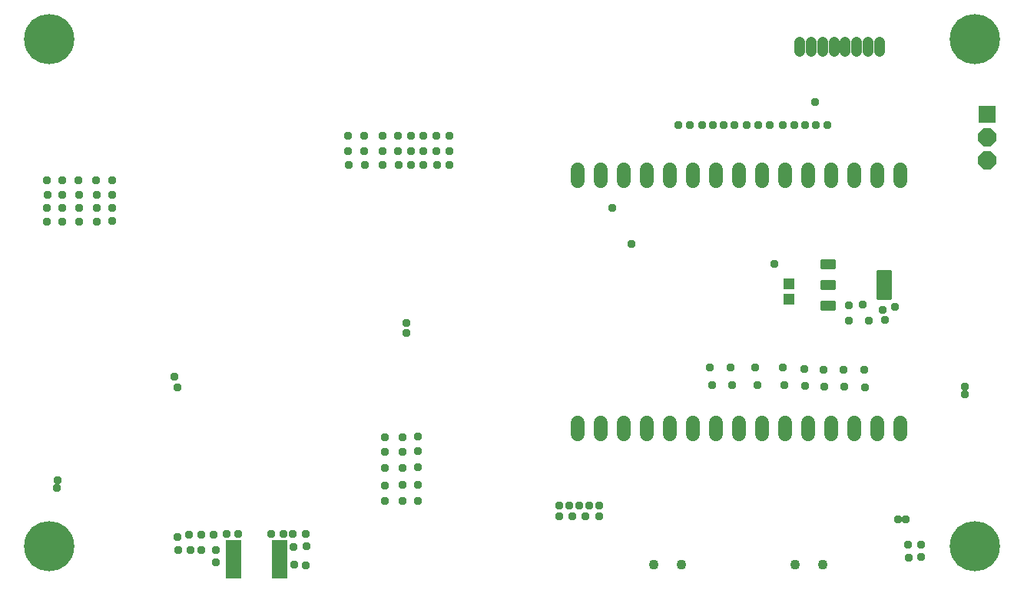
<source format=gbr>
G04 EAGLE Gerber RS-274X export*
G75*
%MOMM*%
%FSLAX34Y34*%
%LPD*%
%INSoldermask Bottom*%
%IPPOS*%
%AMOC8*
5,1,8,0,0,1.08239X$1,22.5*%
G01*
%ADD10C,1.211200*%
%ADD11R,1.981200X1.981200*%
%ADD12P,2.144431X8X22.500000*%
%ADD13C,1.524000*%
%ADD14C,0.397150*%
%ADD15C,0.413300*%
%ADD16R,1.203200X1.303200*%
%ADD17C,5.537200*%
%ADD18C,1.103200*%
%ADD19R,1.727200X4.267200*%
%ADD20C,0.959600*%


D10*
X954650Y586460D02*
X954650Y596540D01*
X942150Y596540D02*
X942150Y586460D01*
X929650Y586460D02*
X929650Y596540D01*
X917150Y596540D02*
X917150Y586460D01*
X904650Y586460D02*
X904650Y596540D01*
X892150Y596540D02*
X892150Y586460D01*
X879650Y586460D02*
X879650Y596540D01*
X867150Y596540D02*
X867150Y586460D01*
D11*
X1073000Y516900D03*
D12*
X1073000Y491500D03*
X1073000Y466100D03*
D13*
X977800Y456004D02*
X977800Y442796D01*
X952400Y442796D02*
X952400Y456004D01*
X927000Y456004D02*
X927000Y442796D01*
X901600Y442796D02*
X901600Y456004D01*
X876200Y456004D02*
X876200Y442796D01*
X850800Y442796D02*
X850800Y456004D01*
X825400Y456004D02*
X825400Y442796D01*
X800000Y442796D02*
X800000Y456004D01*
X774600Y456004D02*
X774600Y442796D01*
X749200Y442796D02*
X749200Y456004D01*
X723800Y456004D02*
X723800Y442796D01*
X698400Y442796D02*
X698400Y456004D01*
X673000Y456004D02*
X673000Y442796D01*
X647600Y442796D02*
X647600Y456004D01*
X622200Y456004D02*
X622200Y442796D01*
X977800Y176604D02*
X977800Y163396D01*
X952400Y163396D02*
X952400Y176604D01*
X927000Y176604D02*
X927000Y163396D01*
X901600Y163396D02*
X901600Y176604D01*
X876200Y176604D02*
X876200Y163396D01*
X850800Y163396D02*
X850800Y176604D01*
X825400Y176604D02*
X825400Y163396D01*
X800000Y163396D02*
X800000Y176604D01*
X774600Y176604D02*
X774600Y163396D01*
X749200Y163396D02*
X749200Y176604D01*
X723800Y176604D02*
X723800Y163396D01*
X698400Y163396D02*
X698400Y176604D01*
X673000Y176604D02*
X673000Y163396D01*
X647600Y163396D02*
X647600Y176604D01*
X622200Y176604D02*
X622200Y163396D01*
D14*
X891770Y302170D02*
X891770Y309230D01*
X904330Y309230D01*
X904330Y302170D01*
X891770Y302170D01*
X891770Y305943D02*
X904330Y305943D01*
X891770Y325170D02*
X891770Y332230D01*
X904330Y332230D01*
X904330Y325170D01*
X891770Y325170D01*
X891770Y328943D02*
X904330Y328943D01*
X891770Y348170D02*
X891770Y355230D01*
X904330Y355230D01*
X904330Y348170D01*
X891770Y348170D01*
X891770Y351943D02*
X904330Y351943D01*
D15*
X953350Y343400D02*
X953350Y314000D01*
X953350Y343400D02*
X965750Y343400D01*
X965750Y314000D01*
X953350Y314000D01*
X953350Y317926D02*
X965750Y317926D01*
X965750Y321852D02*
X953350Y321852D01*
X953350Y325778D02*
X965750Y325778D01*
X965750Y329704D02*
X953350Y329704D01*
X953350Y333630D02*
X965750Y333630D01*
X965750Y337556D02*
X953350Y337556D01*
X953350Y341482D02*
X965750Y341482D01*
D16*
X855200Y329800D03*
X855200Y312800D03*
D17*
X1060000Y40000D03*
X1060000Y600000D03*
X40000Y600000D03*
X40000Y40000D03*
D18*
X862000Y20000D03*
X892000Y20000D03*
X706000Y20000D03*
X736000Y20000D03*
D19*
X242600Y25320D03*
X293400Y25320D03*
D20*
X768000Y237000D03*
X791000Y237000D03*
X818000Y237000D03*
X848000Y237000D03*
X872000Y236000D03*
X893000Y235000D03*
X915000Y235000D03*
X938000Y235000D03*
X939000Y215000D03*
X916000Y216000D03*
X894000Y216000D03*
X873000Y217000D03*
X850000Y218000D03*
X820000Y218000D03*
X792000Y218000D03*
X770000Y218000D03*
X921000Y306000D03*
X936000Y307000D03*
X958000Y301000D03*
X972000Y304000D03*
X921000Y289000D03*
X943000Y289000D03*
X961000Y290000D03*
X1001000Y42000D03*
X986000Y42000D03*
X987000Y27000D03*
X1001000Y28000D03*
X602000Y85000D03*
X613000Y85000D03*
X624000Y85000D03*
X635000Y85000D03*
X646000Y85000D03*
X602000Y73000D03*
X616000Y73000D03*
X631000Y73000D03*
X646000Y73000D03*
X369000Y493000D03*
X387000Y493000D03*
X407000Y493000D03*
X424000Y493000D03*
X438000Y493000D03*
X452000Y493000D03*
X466000Y493000D03*
X481000Y493000D03*
X369000Y476000D03*
X387000Y476000D03*
X407000Y476000D03*
X424000Y476000D03*
X438000Y476000D03*
X452000Y476000D03*
X466000Y476000D03*
X481000Y476000D03*
X370000Y461000D03*
X388000Y461000D03*
X407000Y461000D03*
X425000Y461000D03*
X438000Y461000D03*
X452000Y461000D03*
X467000Y461000D03*
X481000Y461000D03*
X746000Y505000D03*
X759000Y505000D03*
X771000Y505000D03*
X783000Y505000D03*
X795000Y505000D03*
X808000Y505000D03*
X821000Y505000D03*
X733000Y505000D03*
X897000Y505000D03*
X885000Y505000D03*
X873000Y505000D03*
X861000Y505000D03*
X848000Y505000D03*
X834000Y505000D03*
X37000Y398000D03*
X54000Y398000D03*
X73000Y398000D03*
X92000Y398000D03*
X109000Y399000D03*
X109000Y413000D03*
X92000Y413000D03*
X73000Y413000D03*
X54000Y413000D03*
X37000Y413000D03*
X109000Y428000D03*
X92000Y428000D03*
X73000Y428000D03*
X54000Y428000D03*
X38000Y428000D03*
X72000Y444000D03*
X91000Y444000D03*
X109000Y444000D03*
X54000Y444000D03*
X37000Y444000D03*
X181000Y50000D03*
X194000Y53000D03*
X207000Y53000D03*
X221000Y53000D03*
X182000Y36000D03*
X195000Y36000D03*
X207000Y36000D03*
X223000Y36000D03*
X223000Y22000D03*
X308000Y54000D03*
X322000Y54000D03*
X309000Y39000D03*
X323000Y40000D03*
X310000Y20000D03*
X322000Y19000D03*
X235000Y54000D03*
X248000Y54000D03*
X284000Y54000D03*
X298000Y54000D03*
X410000Y160000D03*
X429000Y160000D03*
X446000Y161000D03*
X410000Y144000D03*
X429000Y144000D03*
X446000Y145000D03*
X410000Y126000D03*
X429000Y126000D03*
X446000Y127000D03*
X410000Y107000D03*
X429000Y108000D03*
X446000Y108000D03*
X410000Y90000D03*
X429000Y90000D03*
X446000Y90000D03*
X839000Y352000D03*
X681000Y374000D03*
X48000Y104000D03*
X49000Y113000D03*
X1049000Y208000D03*
X1049000Y216000D03*
X975000Y70000D03*
X984000Y70000D03*
X884000Y530000D03*
X660000Y413000D03*
X178000Y227000D03*
X433000Y286000D03*
X181000Y215000D03*
X433000Y275000D03*
M02*

</source>
